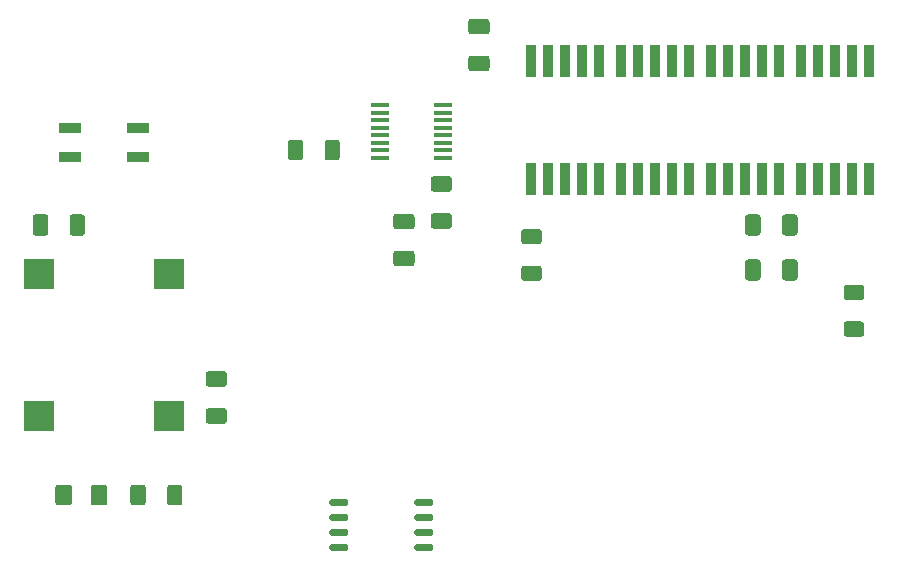
<source format=gbr>
%TF.GenerationSoftware,KiCad,Pcbnew,5.1.8+dfsg1-1+b1*%
%TF.CreationDate,2021-05-17T16:06:48-05:00*%
%TF.ProjectId,pmt-control,706d742d-636f-46e7-9472-6f6c2e6b6963,A*%
%TF.SameCoordinates,Original*%
%TF.FileFunction,Paste,Top*%
%TF.FilePolarity,Positive*%
%FSLAX46Y46*%
G04 Gerber Fmt 4.6, Leading zero omitted, Abs format (unit mm)*
G04 Created by KiCad (PCBNEW 5.1.8+dfsg1-1+b1) date 2021-05-17 16:06:48*
%MOMM*%
%LPD*%
G01*
G04 APERTURE LIST*
%ADD10R,2.500000X2.500000*%
%ADD11R,1.910000X0.910000*%
%ADD12R,1.600000X0.410000*%
%ADD13R,0.900000X2.800000*%
G04 APERTURE END LIST*
D10*
%TO.C,PS1*%
X59905000Y-94900000D03*
X70905000Y-94900000D03*
X70905000Y-82900000D03*
X59905000Y-82900000D03*
%TD*%
D11*
%TO.C,D6*%
X68305000Y-70530000D03*
X68305000Y-72980000D03*
X62505000Y-72980000D03*
X62505000Y-70530000D03*
%TD*%
%TO.C,R4*%
G36*
G01*
X129530001Y-85105000D02*
X128279999Y-85105000D01*
G75*
G02*
X128030000Y-84855001I0J249999D01*
G01*
X128030000Y-84054999D01*
G75*
G02*
X128279999Y-83805000I249999J0D01*
G01*
X129530001Y-83805000D01*
G75*
G02*
X129780000Y-84054999I0J-249999D01*
G01*
X129780000Y-84855001D01*
G75*
G02*
X129530001Y-85105000I-249999J0D01*
G01*
G37*
G36*
G01*
X129530001Y-88205000D02*
X128279999Y-88205000D01*
G75*
G02*
X128030000Y-87955001I0J249999D01*
G01*
X128030000Y-87154999D01*
G75*
G02*
X128279999Y-86905000I249999J0D01*
G01*
X129530001Y-86905000D01*
G75*
G02*
X129780000Y-87154999I0J-249999D01*
G01*
X129780000Y-87955001D01*
G75*
G02*
X129530001Y-88205000I-249999J0D01*
G01*
G37*
%TD*%
%TO.C,R3*%
G36*
G01*
X102225001Y-80380000D02*
X100974999Y-80380000D01*
G75*
G02*
X100725000Y-80130001I0J249999D01*
G01*
X100725000Y-79329999D01*
G75*
G02*
X100974999Y-79080000I249999J0D01*
G01*
X102225001Y-79080000D01*
G75*
G02*
X102475000Y-79329999I0J-249999D01*
G01*
X102475000Y-80130001D01*
G75*
G02*
X102225001Y-80380000I-249999J0D01*
G01*
G37*
G36*
G01*
X102225001Y-83480000D02*
X100974999Y-83480000D01*
G75*
G02*
X100725000Y-83230001I0J249999D01*
G01*
X100725000Y-82429999D01*
G75*
G02*
X100974999Y-82180000I249999J0D01*
G01*
X102225001Y-82180000D01*
G75*
G02*
X102475000Y-82429999I0J-249999D01*
G01*
X102475000Y-83230001D01*
G75*
G02*
X102225001Y-83480000I-249999J0D01*
G01*
G37*
%TD*%
%TO.C,C7*%
G36*
G01*
X90154998Y-80910000D02*
X91455002Y-80910000D01*
G75*
G02*
X91705000Y-81159998I0J-249998D01*
G01*
X91705000Y-81985002D01*
G75*
G02*
X91455002Y-82235000I-249998J0D01*
G01*
X90154998Y-82235000D01*
G75*
G02*
X89905000Y-81985002I0J249998D01*
G01*
X89905000Y-81159998D01*
G75*
G02*
X90154998Y-80910000I249998J0D01*
G01*
G37*
G36*
G01*
X90154998Y-77785000D02*
X91455002Y-77785000D01*
G75*
G02*
X91705000Y-78034998I0J-249998D01*
G01*
X91705000Y-78860002D01*
G75*
G02*
X91455002Y-79110000I-249998J0D01*
G01*
X90154998Y-79110000D01*
G75*
G02*
X89905000Y-78860002I0J249998D01*
G01*
X89905000Y-78034998D01*
G75*
G02*
X90154998Y-77785000I249998J0D01*
G01*
G37*
%TD*%
%TO.C,C6*%
G36*
G01*
X121020000Y-78089998D02*
X121020000Y-79390002D01*
G75*
G02*
X120770002Y-79640000I-249998J0D01*
G01*
X119944998Y-79640000D01*
G75*
G02*
X119695000Y-79390002I0J249998D01*
G01*
X119695000Y-78089998D01*
G75*
G02*
X119944998Y-77840000I249998J0D01*
G01*
X120770002Y-77840000D01*
G75*
G02*
X121020000Y-78089998I0J-249998D01*
G01*
G37*
G36*
G01*
X124145000Y-78089998D02*
X124145000Y-79390002D01*
G75*
G02*
X123895002Y-79640000I-249998J0D01*
G01*
X123069998Y-79640000D01*
G75*
G02*
X122820000Y-79390002I0J249998D01*
G01*
X122820000Y-78089998D01*
G75*
G02*
X123069998Y-77840000I249998J0D01*
G01*
X123895002Y-77840000D01*
G75*
G02*
X124145000Y-78089998I0J-249998D01*
G01*
G37*
%TD*%
%TO.C,C5*%
G36*
G01*
X121020000Y-81899998D02*
X121020000Y-83200002D01*
G75*
G02*
X120770002Y-83450000I-249998J0D01*
G01*
X119944998Y-83450000D01*
G75*
G02*
X119695000Y-83200002I0J249998D01*
G01*
X119695000Y-81899998D01*
G75*
G02*
X119944998Y-81650000I249998J0D01*
G01*
X120770002Y-81650000D01*
G75*
G02*
X121020000Y-81899998I0J-249998D01*
G01*
G37*
G36*
G01*
X124145000Y-81899998D02*
X124145000Y-83200002D01*
G75*
G02*
X123895002Y-83450000I-249998J0D01*
G01*
X123069998Y-83450000D01*
G75*
G02*
X122820000Y-83200002I0J249998D01*
G01*
X122820000Y-81899998D01*
G75*
G02*
X123069998Y-81650000I249998J0D01*
G01*
X123895002Y-81650000D01*
G75*
G02*
X124145000Y-81899998I0J-249998D01*
G01*
G37*
%TD*%
%TO.C,R2*%
G36*
G01*
X85385000Y-71764999D02*
X85385000Y-73015001D01*
G75*
G02*
X85135001Y-73265000I-249999J0D01*
G01*
X84334999Y-73265000D01*
G75*
G02*
X84085000Y-73015001I0J249999D01*
G01*
X84085000Y-71764999D01*
G75*
G02*
X84334999Y-71515000I249999J0D01*
G01*
X85135001Y-71515000D01*
G75*
G02*
X85385000Y-71764999I0J-249999D01*
G01*
G37*
G36*
G01*
X82285000Y-71764999D02*
X82285000Y-73015001D01*
G75*
G02*
X82035001Y-73265000I-249999J0D01*
G01*
X81234999Y-73265000D01*
G75*
G02*
X80985000Y-73015001I0J249999D01*
G01*
X80985000Y-71764999D01*
G75*
G02*
X81234999Y-71515000I249999J0D01*
G01*
X82035001Y-71515000D01*
G75*
G02*
X82285000Y-71764999I0J-249999D01*
G01*
G37*
%TD*%
%TO.C,R1*%
G36*
G01*
X68950000Y-100974999D02*
X68950000Y-102225001D01*
G75*
G02*
X68700001Y-102475000I-249999J0D01*
G01*
X67899999Y-102475000D01*
G75*
G02*
X67650000Y-102225001I0J249999D01*
G01*
X67650000Y-100974999D01*
G75*
G02*
X67899999Y-100725000I249999J0D01*
G01*
X68700001Y-100725000D01*
G75*
G02*
X68950000Y-100974999I0J-249999D01*
G01*
G37*
G36*
G01*
X72050000Y-100974999D02*
X72050000Y-102225001D01*
G75*
G02*
X71800001Y-102475000I-249999J0D01*
G01*
X70999999Y-102475000D01*
G75*
G02*
X70750000Y-102225001I0J249999D01*
G01*
X70750000Y-100974999D01*
G75*
G02*
X70999999Y-100725000I249999J0D01*
G01*
X71800001Y-100725000D01*
G75*
G02*
X72050000Y-100974999I0J-249999D01*
G01*
G37*
%TD*%
%TO.C,D1*%
G36*
G01*
X64275000Y-102225000D02*
X64275000Y-100975000D01*
G75*
G02*
X64525000Y-100725000I250000J0D01*
G01*
X65450000Y-100725000D01*
G75*
G02*
X65700000Y-100975000I0J-250000D01*
G01*
X65700000Y-102225000D01*
G75*
G02*
X65450000Y-102475000I-250000J0D01*
G01*
X64525000Y-102475000D01*
G75*
G02*
X64275000Y-102225000I0J250000D01*
G01*
G37*
G36*
G01*
X61300000Y-102225000D02*
X61300000Y-100975000D01*
G75*
G02*
X61550000Y-100725000I250000J0D01*
G01*
X62475000Y-100725000D01*
G75*
G02*
X62725000Y-100975000I0J-250000D01*
G01*
X62725000Y-102225000D01*
G75*
G02*
X62475000Y-102475000I-250000J0D01*
G01*
X61550000Y-102475000D01*
G75*
G02*
X61300000Y-102225000I0J250000D01*
G01*
G37*
%TD*%
%TO.C,C4*%
G36*
G01*
X97805003Y-62600000D02*
X96504997Y-62600000D01*
G75*
G02*
X96255000Y-62350003I0J249997D01*
G01*
X96255000Y-61524997D01*
G75*
G02*
X96504997Y-61275000I249997J0D01*
G01*
X97805003Y-61275000D01*
G75*
G02*
X98055000Y-61524997I0J-249997D01*
G01*
X98055000Y-62350003D01*
G75*
G02*
X97805003Y-62600000I-249997J0D01*
G01*
G37*
G36*
G01*
X97805003Y-65725000D02*
X96504997Y-65725000D01*
G75*
G02*
X96255000Y-65475003I0J249997D01*
G01*
X96255000Y-64649997D01*
G75*
G02*
X96504997Y-64400000I249997J0D01*
G01*
X97805003Y-64400000D01*
G75*
G02*
X98055000Y-64649997I0J-249997D01*
G01*
X98055000Y-65475003D01*
G75*
G02*
X97805003Y-65725000I-249997J0D01*
G01*
G37*
%TD*%
%TO.C,C3*%
G36*
G01*
X93329997Y-77735000D02*
X94630003Y-77735000D01*
G75*
G02*
X94880000Y-77984997I0J-249997D01*
G01*
X94880000Y-78810003D01*
G75*
G02*
X94630003Y-79060000I-249997J0D01*
G01*
X93329997Y-79060000D01*
G75*
G02*
X93080000Y-78810003I0J249997D01*
G01*
X93080000Y-77984997D01*
G75*
G02*
X93329997Y-77735000I249997J0D01*
G01*
G37*
G36*
G01*
X93329997Y-74610000D02*
X94630003Y-74610000D01*
G75*
G02*
X94880000Y-74859997I0J-249997D01*
G01*
X94880000Y-75685003D01*
G75*
G02*
X94630003Y-75935000I-249997J0D01*
G01*
X93329997Y-75935000D01*
G75*
G02*
X93080000Y-75685003I0J249997D01*
G01*
X93080000Y-74859997D01*
G75*
G02*
X93329997Y-74610000I249997J0D01*
G01*
G37*
%TD*%
%TO.C,C2*%
G36*
G01*
X75580003Y-92445000D02*
X74279997Y-92445000D01*
G75*
G02*
X74030000Y-92195003I0J249997D01*
G01*
X74030000Y-91369997D01*
G75*
G02*
X74279997Y-91120000I249997J0D01*
G01*
X75580003Y-91120000D01*
G75*
G02*
X75830000Y-91369997I0J-249997D01*
G01*
X75830000Y-92195003D01*
G75*
G02*
X75580003Y-92445000I-249997J0D01*
G01*
G37*
G36*
G01*
X75580003Y-95570000D02*
X74279997Y-95570000D01*
G75*
G02*
X74030000Y-95320003I0J249997D01*
G01*
X74030000Y-94494997D01*
G75*
G02*
X74279997Y-94245000I249997J0D01*
G01*
X75580003Y-94245000D01*
G75*
G02*
X75830000Y-94494997I0J-249997D01*
G01*
X75830000Y-95320003D01*
G75*
G02*
X75580003Y-95570000I-249997J0D01*
G01*
G37*
%TD*%
%TO.C,C1*%
G36*
G01*
X62495000Y-79390003D02*
X62495000Y-78089997D01*
G75*
G02*
X62744997Y-77840000I249997J0D01*
G01*
X63570003Y-77840000D01*
G75*
G02*
X63820000Y-78089997I0J-249997D01*
G01*
X63820000Y-79390003D01*
G75*
G02*
X63570003Y-79640000I-249997J0D01*
G01*
X62744997Y-79640000D01*
G75*
G02*
X62495000Y-79390003I0J249997D01*
G01*
G37*
G36*
G01*
X59370000Y-79390003D02*
X59370000Y-78089997D01*
G75*
G02*
X59619997Y-77840000I249997J0D01*
G01*
X60445003Y-77840000D01*
G75*
G02*
X60695000Y-78089997I0J-249997D01*
G01*
X60695000Y-79390003D01*
G75*
G02*
X60445003Y-79640000I-249997J0D01*
G01*
X59619997Y-79640000D01*
G75*
G02*
X59370000Y-79390003I0J249997D01*
G01*
G37*
%TD*%
D12*
%TO.C,U3*%
X94094300Y-68580000D03*
X94094300Y-69215000D03*
X94094300Y-69850000D03*
X94094300Y-70485000D03*
X94094300Y-71120000D03*
X94094300Y-71755000D03*
X94094300Y-72390000D03*
X94094300Y-73025000D03*
X88785700Y-73025000D03*
X88785700Y-72390000D03*
X88785700Y-71755000D03*
X88785700Y-71120000D03*
X88785700Y-70485000D03*
X88785700Y-69850000D03*
X88785700Y-69215000D03*
X88785700Y-68580000D03*
%TD*%
%TO.C,U2*%
G36*
G01*
X91700000Y-102385000D02*
X91700000Y-102085000D01*
G75*
G02*
X91850000Y-101935000I150000J0D01*
G01*
X93150000Y-101935000D01*
G75*
G02*
X93300000Y-102085000I0J-150000D01*
G01*
X93300000Y-102385000D01*
G75*
G02*
X93150000Y-102535000I-150000J0D01*
G01*
X91850000Y-102535000D01*
G75*
G02*
X91700000Y-102385000I0J150000D01*
G01*
G37*
G36*
G01*
X91700000Y-103655000D02*
X91700000Y-103355000D01*
G75*
G02*
X91850000Y-103205000I150000J0D01*
G01*
X93150000Y-103205000D01*
G75*
G02*
X93300000Y-103355000I0J-150000D01*
G01*
X93300000Y-103655000D01*
G75*
G02*
X93150000Y-103805000I-150000J0D01*
G01*
X91850000Y-103805000D01*
G75*
G02*
X91700000Y-103655000I0J150000D01*
G01*
G37*
G36*
G01*
X91700000Y-104925000D02*
X91700000Y-104625000D01*
G75*
G02*
X91850000Y-104475000I150000J0D01*
G01*
X93150000Y-104475000D01*
G75*
G02*
X93300000Y-104625000I0J-150000D01*
G01*
X93300000Y-104925000D01*
G75*
G02*
X93150000Y-105075000I-150000J0D01*
G01*
X91850000Y-105075000D01*
G75*
G02*
X91700000Y-104925000I0J150000D01*
G01*
G37*
G36*
G01*
X91700000Y-106195000D02*
X91700000Y-105895000D01*
G75*
G02*
X91850000Y-105745000I150000J0D01*
G01*
X93150000Y-105745000D01*
G75*
G02*
X93300000Y-105895000I0J-150000D01*
G01*
X93300000Y-106195000D01*
G75*
G02*
X93150000Y-106345000I-150000J0D01*
G01*
X91850000Y-106345000D01*
G75*
G02*
X91700000Y-106195000I0J150000D01*
G01*
G37*
G36*
G01*
X84500000Y-106195000D02*
X84500000Y-105895000D01*
G75*
G02*
X84650000Y-105745000I150000J0D01*
G01*
X85950000Y-105745000D01*
G75*
G02*
X86100000Y-105895000I0J-150000D01*
G01*
X86100000Y-106195000D01*
G75*
G02*
X85950000Y-106345000I-150000J0D01*
G01*
X84650000Y-106345000D01*
G75*
G02*
X84500000Y-106195000I0J150000D01*
G01*
G37*
G36*
G01*
X84500000Y-104925000D02*
X84500000Y-104625000D01*
G75*
G02*
X84650000Y-104475000I150000J0D01*
G01*
X85950000Y-104475000D01*
G75*
G02*
X86100000Y-104625000I0J-150000D01*
G01*
X86100000Y-104925000D01*
G75*
G02*
X85950000Y-105075000I-150000J0D01*
G01*
X84650000Y-105075000D01*
G75*
G02*
X84500000Y-104925000I0J150000D01*
G01*
G37*
G36*
G01*
X84500000Y-103655000D02*
X84500000Y-103355000D01*
G75*
G02*
X84650000Y-103205000I150000J0D01*
G01*
X85950000Y-103205000D01*
G75*
G02*
X86100000Y-103355000I0J-150000D01*
G01*
X86100000Y-103655000D01*
G75*
G02*
X85950000Y-103805000I-150000J0D01*
G01*
X84650000Y-103805000D01*
G75*
G02*
X84500000Y-103655000I0J150000D01*
G01*
G37*
G36*
G01*
X84500000Y-102385000D02*
X84500000Y-102085000D01*
G75*
G02*
X84650000Y-101935000I150000J0D01*
G01*
X85950000Y-101935000D01*
G75*
G02*
X86100000Y-102085000I0J-150000D01*
G01*
X86100000Y-102385000D01*
G75*
G02*
X85950000Y-102535000I-150000J0D01*
G01*
X84650000Y-102535000D01*
G75*
G02*
X84500000Y-102385000I0J150000D01*
G01*
G37*
%TD*%
D13*
%TO.C,D5*%
X124460000Y-64850000D03*
X125900000Y-64850000D03*
X127340000Y-64850000D03*
X128780000Y-64850000D03*
X130220000Y-64850000D03*
X130220000Y-74850000D03*
X128780000Y-74850000D03*
X127340000Y-74850000D03*
X125900000Y-74850000D03*
X124460000Y-74850000D03*
%TD*%
%TO.C,D4*%
X116840000Y-64850000D03*
X118280000Y-64850000D03*
X119720000Y-64850000D03*
X121160000Y-64850000D03*
X122600000Y-64850000D03*
X122600000Y-74850000D03*
X121160000Y-74850000D03*
X119720000Y-74850000D03*
X118280000Y-74850000D03*
X116840000Y-74850000D03*
%TD*%
%TO.C,D3*%
X109220000Y-64850000D03*
X110660000Y-64850000D03*
X112100000Y-64850000D03*
X113540000Y-64850000D03*
X114980000Y-64850000D03*
X114980000Y-74850000D03*
X113540000Y-74850000D03*
X112100000Y-74850000D03*
X110660000Y-74850000D03*
X109220000Y-74850000D03*
%TD*%
%TO.C,D2*%
X101600000Y-64850000D03*
X103040000Y-64850000D03*
X104480000Y-64850000D03*
X105920000Y-64850000D03*
X107360000Y-64850000D03*
X107360000Y-74850000D03*
X105920000Y-74850000D03*
X104480000Y-74850000D03*
X103040000Y-74850000D03*
X101600000Y-74850000D03*
%TD*%
M02*

</source>
